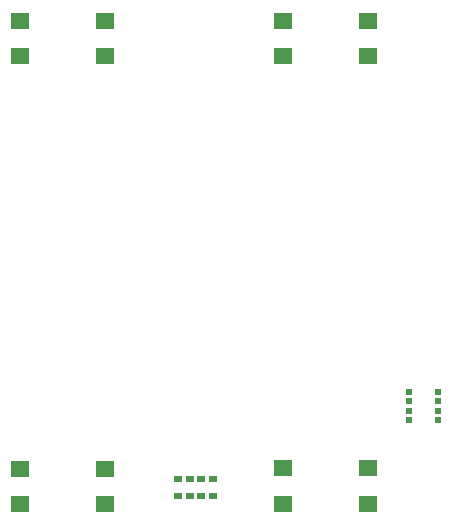
<source format=gbr>
G04 #@! TF.GenerationSoftware,KiCad,Pcbnew,5.1.5-52549c5~84~ubuntu19.04.1*
G04 #@! TF.CreationDate,2020-01-17T15:01:35+01:00*
G04 #@! TF.ProjectId,badge,62616467-652e-46b6-9963-61645f706362,rev?*
G04 #@! TF.SameCoordinates,Original*
G04 #@! TF.FileFunction,Paste,Top*
G04 #@! TF.FilePolarity,Positive*
%FSLAX46Y46*%
G04 Gerber Fmt 4.6, Leading zero omitted, Abs format (unit mm)*
G04 Created by KiCad (PCBNEW 5.1.5-52549c5~84~ubuntu19.04.1) date 2020-01-17 15:01:35*
%MOMM*%
%LPD*%
G04 APERTURE LIST*
%ADD10R,0.718820X0.599440*%
%ADD11R,0.500000X0.500000*%
%ADD12R,1.600000X1.400000*%
G04 APERTURE END LIST*
D10*
X118645920Y-115861700D03*
X119616200Y-115861700D03*
X120581400Y-115861700D03*
X121551680Y-115861700D03*
X121551680Y-117258700D03*
X120581400Y-117258700D03*
X119616200Y-117258700D03*
X118645920Y-117258700D03*
D11*
X140602800Y-108451400D03*
X140602800Y-109251400D03*
X140602800Y-110051400D03*
X140602800Y-110851400D03*
X138202800Y-110871400D03*
X138202800Y-110051400D03*
X138202800Y-109251400D03*
X138202800Y-108451400D03*
D12*
X127522400Y-117958600D03*
X134722400Y-117958600D03*
X127522400Y-114958600D03*
X134722400Y-114958600D03*
X112446600Y-114984000D03*
X105246600Y-114984000D03*
X112446600Y-117984000D03*
X105246600Y-117984000D03*
X105246600Y-80050000D03*
X112446600Y-80050000D03*
X105246600Y-77050000D03*
X112446600Y-77050000D03*
X134722400Y-77050000D03*
X127522400Y-77050000D03*
X134722400Y-80050000D03*
X127522400Y-80050000D03*
M02*

</source>
